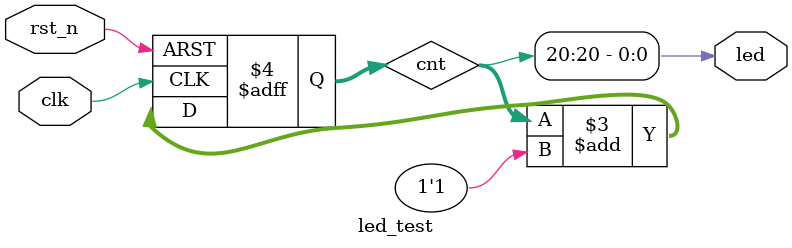
<source format=v>
`timescale 1ns / 1ps
module led_test(
input				clk,
input				rst_n,
output  	        led
);

reg [20:0]cnt;

always @(posedge clk or negedge rst_n)
begin
	if(!rst_n)
		cnt <= 21'd0;
	else
		cnt <= cnt + 1'b1;
end



assign led = cnt[20];
endmodule

</source>
